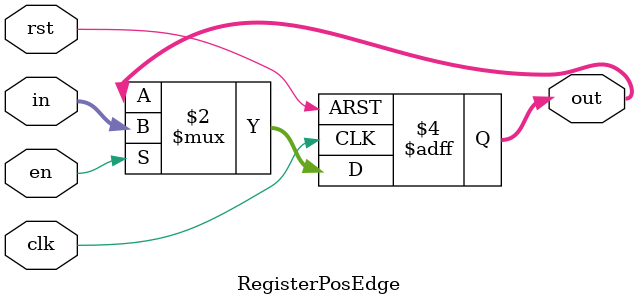
<source format=v>
module RegisterPosEdge(in, clk, en, rst, out);
    parameter N = 32;

    input [N-1:0] in;
    input clk, rst, en;

    output reg [N-1:0] out;
    
    always @(posedge clk or posedge rst) begin
        if (rst)
            out <= {N{1'b0}};
        else if (en)
            out <= in;            
    end

endmodule
</source>
